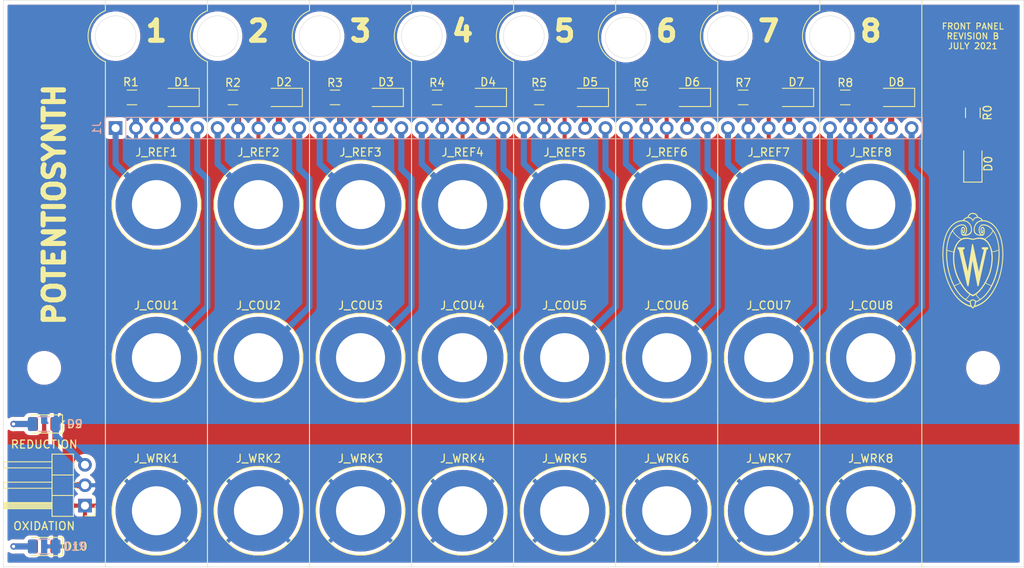
<source format=kicad_pcb>
(kicad_pcb (version 20171130) (host pcbnew 5.1.8+dfsg1-1+b1)
  (title_block (title "potentiosynth front panel") (date 2021-07-07) (rev B) (company "University of Wisconsin-Madison") (comment 1 "Wickens Group") (comment 2 "Department of Chemistry") (comment 3 "Blaise Thompson") (comment 4 blaise.thompson@wisc.edu))
  (layers (0 F.Cu signal) (31 B.Cu signal) (34 B.Paste user) (35 F.Paste user) (36 B.SilkS user) (37 F.SilkS user) (38 B.Mask user) (39 F.Mask user) (44 Edge.Cuts user))
  (net 0 "")
  (net 1 "Net-(D1-Pad2)")
  (net 2 "Net-(D1-Pad1)")
  (net 3 "Net-(D2-Pad2)")
  (net 4 "Net-(D2-Pad1)")
  (net 5 "Net-(D3-Pad2)")
  (net 6 "Net-(D3-Pad1)")
  (net 7 "Net-(D4-Pad2)")
  (net 8 "Net-(D4-Pad1)")
  (net 9 "Net-(D5-Pad2)")
  (net 10 "Net-(D5-Pad1)")
  (net 11 "Net-(D6-Pad2)")
  (net 12 "Net-(D6-Pad1)")
  (net 13 "Net-(D7-Pad2)")
  (net 14 "Net-(D7-Pad1)")
  (net 15 "Net-(D8-Pad2)")
  (net 16 "Net-(D8-Pad1)")
  (net 17 "Net-(J1-Pad40)")
  (net 18 GND)
  (net 19 +15V)
  (net 20 "Net-(J1-Pad36)")
  (net 21 "Net-(J1-Pad35)")
  (net 22 "Net-(J1-Pad31)")
  (net 23 "Net-(J1-Pad26)")
  (net 24 "Net-(J1-Pad25)")
  (net 25 "Net-(J1-Pad21)")
  (net 26 "Net-(J1-Pad20)")
  (net 27 "Net-(J1-Pad16)")
  (net 28 "Net-(J1-Pad15)")
  (net 29 "Net-(J1-Pad11)")
  (net 30 "Net-(J1-Pad10)")
  (net 31 "Net-(J1-Pad6)")
  (net 32 "Net-(J1-Pad5)")
  (net 33 "Net-(J1-Pad1)")
  (net 34 "Net-(D0-Pad2)")
  (net 35 "Net-(J1-Pad30)")
  (net 36 "Net-(D9-Pad2)")
  (net 37 "Net-(D10-Pad2)")
  (net 38 WORKING)
  (module Connector_PinHeader_2.54mm:PinHeader_1x03_P2.54mm_Horizontal (layer F.Cu) (at 60.96 123.19 180)
    (fp_text reference SW1 hide)
    (fp_text value SW_SPDT)
    (pad 3 thru_hole oval (at 0 5.08 180) (size 1.7 1.7) (drill 1) (layers *.Cu *.Mask) (net 19 +15V))
    (pad 2 thru_hole oval (at 0 2.54 180) (size 1.7 1.7) (drill 1) (layers *.Cu *.Mask) (net 38 WORKING))
    (pad 1 thru_hole rect (at 0 0 180) (size 1.7 1.7) (drill 1) (layers *.Cu *.Mask) (net 18 GND))
  )
  (module Resistor_SMD:R_1206_3216Metric (layer B.Cu) (at 55.88 128.27 180)
    (fp_text reference R10 (at -3.81 0) (layer B.SilkS) (effects (justify mirror)))
    (fp_text value 1k)
    (pad 2 smd roundrect (at 1.4625 0 180) (size 1.125 1.75) (layers B.Cu B.Paste B.Mask) (roundrect_rratio 0.2222195555555556) (net 37 "Net-(D10-Pad2)"))
    (pad 1 smd roundrect (at -1.4625 0 180) (size 1.125 1.75) (layers B.Cu B.Paste B.Mask) (roundrect_rratio 0.2222195555555556) (net 38 WORKING))
  )
  (module Resistor_SMD:R_1206_3216Metric (layer B.Cu) (at 55.88 113.03 180)
    (fp_text reference R9 (at -3.81 0) (layer B.SilkS) (effects (justify mirror)))
    (fp_text value 1k)
    (pad 2 smd roundrect (at 1.4625 0 180) (size 1.125 1.75) (layers B.Cu B.Paste B.Mask) (roundrect_rratio 0.2222195555555556) (net 36 "Net-(D9-Pad2)"))
    (pad 1 smd roundrect (at -1.4625 0 180) (size 1.125 1.75) (layers B.Cu B.Paste B.Mask) (roundrect_rratio 0.2222195555555556) (net 19 +15V))
  )
  (module Connector:Banana_Jack_1Pin (layer F.Cu) (at 158.75 123.825)
    (fp_text reference J_WRK8 (at 0 -6.5) (layer F.SilkS))
    (fp_text value Conn_01x01)
    (pad 1 thru_hole circle (at 0 0) (size 10.16 10.16) (drill 6.1) (layers *.Cu *.Mask) (net 38 WORKING))
  )
  (module Connector:Banana_Jack_1Pin (layer F.Cu) (at 146.05 123.825)
    (fp_text reference J_WRK7 (at 0 -6.5) (layer F.SilkS))
    (fp_text value Conn_01x01)
    (pad 1 thru_hole circle (at 0 0) (size 10.16 10.16) (drill 6.1) (layers *.Cu *.Mask) (net 38 WORKING))
  )
  (module Connector:Banana_Jack_1Pin (layer F.Cu) (at 133.35 123.825)
    (fp_text reference J_WRK6 (at 0 -6.5) (layer F.SilkS))
    (fp_text value Conn_01x01)
    (pad 1 thru_hole circle (at 0 0) (size 10.16 10.16) (drill 6.1) (layers *.Cu *.Mask) (net 38 WORKING))
  )
  (module Connector:Banana_Jack_1Pin (layer F.Cu) (at 120.65 123.825)
    (fp_text reference J_WRK5 (at 0 -6.5) (layer F.SilkS))
    (fp_text value Conn_01x01)
    (pad 1 thru_hole circle (at 0 0) (size 10.16 10.16) (drill 6.1) (layers *.Cu *.Mask) (net 38 WORKING))
  )
  (module Connector:Banana_Jack_1Pin (layer F.Cu) (at 107.95 123.825)
    (fp_text reference J_WRK4 (at 0 -6.5) (layer F.SilkS))
    (fp_text value Conn_01x01)
    (pad 1 thru_hole circle (at 0 0) (size 10.16 10.16) (drill 6.1) (layers *.Cu *.Mask) (net 38 WORKING))
  )
  (module Connector:Banana_Jack_1Pin (layer F.Cu) (at 95.25 123.825)
    (fp_text reference J_WRK3 (at 0 -6.5) (layer F.SilkS))
    (fp_text value Conn_01x01)
    (pad 1 thru_hole circle (at 0 0) (size 10.16 10.16) (drill 6.1) (layers *.Cu *.Mask) (net 38 WORKING))
  )
  (module Connector:Banana_Jack_1Pin (layer F.Cu) (at 82.55 123.825)
    (fp_text reference J_WRK2 (at 0 -6.5) (layer F.SilkS))
    (fp_text value Conn_01x01)
    (pad 1 thru_hole circle (at 0 0) (size 10.16 10.16) (drill 6.1) (layers *.Cu *.Mask) (net 38 WORKING))
  )
  (module Connector:Banana_Jack_1Pin (layer F.Cu) (at 69.85 123.825)
    (fp_text reference J_WRK1 (at 0 -6.5) (layer F.SilkS))
    (fp_text value Conn_01x01)
    (pad 1 thru_hole circle (at 0 0) (size 10.16 10.16) (drill 6.1) (layers *.Cu *.Mask) (net 38 WORKING))
  )
  (module Diode_SMD:D_1206_3216Metric (layer F.Cu) (at 55.88 128.27 180)
    (fp_text reference D10 (at -3.94 0) (layer F.SilkS))
    (fp_text value LED)
    (pad 2 smd roundrect (at 1.4 0 180) (size 1.25 1.75) (layers F.Cu F.Paste F.Mask) (roundrect_rratio 0.2) (net 37 "Net-(D10-Pad2)"))
    (pad 1 smd roundrect (at -1.4 0 180) (size 1.25 1.75) (layers F.Cu F.Paste F.Mask) (roundrect_rratio 0.2) (net 18 GND))
  )
  (module Diode_SMD:D_1206_3216Metric (layer F.Cu) (at 55.88 113.03 180)
    (fp_text reference D9 (at -3.81 0) (layer F.SilkS))
    (fp_text value LED)
    (pad 2 smd roundrect (at 1.4 0 180) (size 1.25 1.75) (layers F.Cu F.Paste F.Mask) (roundrect_rratio 0.2) (net 36 "Net-(D9-Pad2)"))
    (pad 1 smd roundrect (at -1.4 0 180) (size 1.25 1.75) (layers F.Cu F.Paste F.Mask) (roundrect_rratio 0.2) (net 38 WORKING))
  )
  (module MountingHole:MountingHole_3.2mm_M3 (layer F.Cu) (at 172.72 106.045)
    (fp_text reference REF** hide)
    (fp_text value MountingHole_3.2mm_M3 hide)
    (pad 1 np_thru_hole circle (at 0 0) (size 3.2 3.2) (drill 3.2) (layers *.Cu *.Mask))
  )
  (module MountingHole:MountingHole_3.2mm_M3 (layer F.Cu) (at 55.88 106.045)
    (fp_text reference REF** hide)
    (fp_text value MountingHole_3.2mm_M3 hide)
    (pad 1 np_thru_hole circle (at 0 0) (size 3.2 3.2) (drill 3.2) (layers *.Cu *.Mask))
  )
  (module Connector:Banana_Jack_1Pin (layer F.Cu) (at 133.35 104.775)
    (fp_text reference J_COU6 (at 0 -6.5) (layer F.SilkS))
    (fp_text value Conn_01x01)
    (pad 1 thru_hole circle (at 0 0) (size 10.16 10.16) (drill 6.1) (layers *.Cu *.Mask) (net 35 "Net-(J1-Pad30)"))
  )
  (module footprints:logo (layer F.Cu) (at 171.45 92.71)
    (fp_text reference G*** hide)
    (fp_text value LOGO hide)
  )
  (module Resistor_SMD:R_1206_3216Metric (layer F.Cu) (at 171.45 74.295 270)
    (fp_text reference R0 (at 0 -1.82 90) (layer F.SilkS))
    (fp_text value 1k)
    (pad 2 smd roundrect (at 1.4 0 270) (size 1.25 1.75) (layers F.Cu F.Paste F.Mask) (roundrect_rratio 0.2) (net 34 "Net-(D0-Pad2)"))
    (pad 1 smd roundrect (at -1.4 0 270) (size 1.25 1.75) (layers F.Cu F.Paste F.Mask) (roundrect_rratio 0.2) (net 19 +15V))
  )
  (module Diode_SMD:D_1206_3216Metric (layer F.Cu) (at 171.45 80.645 90)
    (fp_text reference D0 (at 0 1.905 90) (layer F.SilkS))
    (fp_text value LED)
    (pad 2 smd roundrect (at 1.4 0 90) (size 1.25 1.75) (layers F.Cu F.Paste F.Mask) (roundrect_rratio 0.2) (net 34 "Net-(D0-Pad2)"))
    (pad 1 smd roundrect (at -1.4 0 90) (size 1.25 1.75) (layers F.Cu F.Paste F.Mask) (roundrect_rratio 0.2) (net 18 GND))
  )
  (module Connector:Banana_Jack_1Pin (layer F.Cu) (at 158.75 85.725)
    (fp_text reference J_REF8 (at 0 -6.5) (layer F.SilkS))
    (fp_text value Conn_01x01)
    (pad 1 thru_hole circle (at 0 0) (size 10.16 10.16) (drill 6.1) (layers *.Cu *.Mask) (net 20 "Net-(J1-Pad36)"))
  )
  (module Connector:Banana_Jack_1Pin (layer F.Cu) (at 133.35 85.725)
    (fp_text reference J_REF6 (at 0 -6.5) (layer F.SilkS))
    (fp_text value Conn_01x01)
    (pad 1 thru_hole circle (at 0 0) (size 10.16 10.16) (drill 6.1) (layers *.Cu *.Mask) (net 23 "Net-(J1-Pad26)"))
  )
  (module Connector:Banana_Jack_1Pin (layer F.Cu) (at 107.95 85.725)
    (fp_text reference J_REF4 (at 0 -6.5) (layer F.SilkS))
    (fp_text value Conn_01x01)
    (pad 1 thru_hole circle (at 0 0) (size 10.16 10.16) (drill 6.1) (layers *.Cu *.Mask) (net 27 "Net-(J1-Pad16)"))
  )
  (module Connector:Banana_Jack_1Pin (layer F.Cu) (at 82.55 85.725)
    (fp_text reference J_REF2 (at 0 -6.5) (layer F.SilkS))
    (fp_text value Conn_01x01)
    (pad 1 thru_hole circle (at 0 0) (size 10.16 10.16) (drill 6.1) (layers *.Cu *.Mask) (net 31 "Net-(J1-Pad6)"))
  )
  (module Connector:Banana_Jack_1Pin (layer F.Cu) (at 146.05 85.725)
    (fp_text reference J_REF7 (at 0 -6.5) (layer F.SilkS))
    (fp_text value Conn_01x01)
    (pad 1 thru_hole circle (at 0 0) (size 10.16 10.16) (drill 6.1) (layers *.Cu *.Mask) (net 22 "Net-(J1-Pad31)"))
  )
  (module Connector:Banana_Jack_1Pin (layer F.Cu) (at 120.65 85.725)
    (fp_text reference J_REF5 (at 0 -6.5) (layer F.SilkS))
    (fp_text value Conn_01x01)
    (pad 1 thru_hole circle (at 0 0) (size 10.16 10.16) (drill 6.1) (layers *.Cu *.Mask) (net 25 "Net-(J1-Pad21)"))
  )
  (module Connector:Banana_Jack_1Pin (layer F.Cu) (at 95.25 85.725)
    (fp_text reference J_REF3 (at 0 -6.5) (layer F.SilkS))
    (fp_text value Conn_01x01)
    (pad 1 thru_hole circle (at 0 0) (size 10.16 10.16) (drill 6.1) (layers *.Cu *.Mask) (net 29 "Net-(J1-Pad11)"))
  )
  (module Connector:Banana_Jack_1Pin (layer F.Cu) (at 69.85 85.725)
    (fp_text reference J_REF1 (at 0 -6.5) (layer F.SilkS))
    (fp_text value Conn_01x01)
    (pad 1 thru_hole circle (at 0 0) (size 10.16 10.16) (drill 6.1) (layers *.Cu *.Mask) (net 33 "Net-(J1-Pad1)"))
  )
  (module Connector:Banana_Jack_1Pin (layer F.Cu) (at 158.75 104.775)
    (fp_text reference J_COU8 (at 0 -6.5) (layer F.SilkS))
    (fp_text value Conn_01x01)
    (pad 1 thru_hole circle (at 0 0) (size 10.16 10.16) (drill 6.1) (layers *.Cu *.Mask) (net 17 "Net-(J1-Pad40)"))
  )
  (module Connector:Banana_Jack_1Pin (layer F.Cu) (at 107.95 104.775)
    (fp_text reference J_COU4 (at 0 -6.5) (layer F.SilkS))
    (fp_text value Conn_01x01)
    (pad 1 thru_hole circle (at 0 0) (size 10.16 10.16) (drill 6.1) (layers *.Cu *.Mask) (net 26 "Net-(J1-Pad20)"))
  )
  (module Connector:Banana_Jack_1Pin (layer F.Cu) (at 82.55 104.775)
    (fp_text reference J_COU2 (at 0 -6.5) (layer F.SilkS))
    (fp_text value Conn_01x01)
    (pad 1 thru_hole circle (at 0 0) (size 10.16 10.16) (drill 6.1) (layers *.Cu *.Mask) (net 30 "Net-(J1-Pad10)"))
  )
  (module Connector:Banana_Jack_1Pin (layer F.Cu) (at 146.05 104.775)
    (fp_text reference J_COU7 (at 0 -6.5) (layer F.SilkS))
    (fp_text value Conn_01x01)
    (pad 1 thru_hole circle (at 0 0) (size 10.16 10.16) (drill 6.1) (layers *.Cu *.Mask) (net 21 "Net-(J1-Pad35)"))
  )
  (module Connector:Banana_Jack_1Pin (layer F.Cu) (at 120.65 104.775)
    (fp_text reference J_COU5 (at 0 -6.5) (layer F.SilkS))
    (fp_text value Conn_01x01)
    (pad 1 thru_hole circle (at 0 0) (size 10.16 10.16) (drill 6.1) (layers *.Cu *.Mask) (net 24 "Net-(J1-Pad25)"))
  )
  (module Connector:Banana_Jack_1Pin (layer F.Cu) (at 95.25 104.775)
    (fp_text reference J_COU3 (at 0 -6.5) (layer F.SilkS))
    (fp_text value Conn_01x01)
    (pad 1 thru_hole circle (at 0 0) (size 10.16 10.16) (drill 6.1) (layers *.Cu *.Mask) (net 28 "Net-(J1-Pad15)"))
  )
  (module Connector:Banana_Jack_1Pin (layer F.Cu) (at 69.85 104.775)
    (fp_text reference J_COU1 (at 0 -6.5) (layer F.SilkS))
    (fp_text value Conn_01x01)
    (pad 1 thru_hole circle (at 0 0) (size 10.16 10.16) (drill 6.100001) (layers *.Cu *.Mask) (net 32 "Net-(J1-Pad5)"))
  )
  (module Resistor_SMD:R_1206_3216Metric (layer F.Cu) (at 155.575 72.39)
    (fp_text reference R8 (at 0 -1.82) (layer F.SilkS))
    (fp_text value 1k)
    (pad 2 smd roundrect (at 1.4 0) (size 1.25 1.75) (layers F.Cu F.Paste F.Mask) (roundrect_rratio 0.2) (net 15 "Net-(D8-Pad2)"))
    (pad 1 smd roundrect (at -1.4 0) (size 1.25 1.75) (layers F.Cu F.Paste F.Mask) (roundrect_rratio 0.2) (net 19 +15V))
  )
  (module Resistor_SMD:R_1206_3216Metric (layer F.Cu) (at 130.175 72.39)
    (fp_text reference R6 (at 0 -1.82) (layer F.SilkS))
    (fp_text value 1k)
    (pad 2 smd roundrect (at 1.4 0) (size 1.25 1.75) (layers F.Cu F.Paste F.Mask) (roundrect_rratio 0.2) (net 11 "Net-(D6-Pad2)"))
    (pad 1 smd roundrect (at -1.4 0) (size 1.25 1.75) (layers F.Cu F.Paste F.Mask) (roundrect_rratio 0.2) (net 19 +15V))
  )
  (module Resistor_SMD:R_1206_3216Metric (layer F.Cu) (at 104.775 72.39)
    (fp_text reference R4 (at 0 -1.82) (layer F.SilkS))
    (fp_text value 1k)
    (pad 2 smd roundrect (at 1.4 0) (size 1.25 1.75) (layers F.Cu F.Paste F.Mask) (roundrect_rratio 0.2) (net 7 "Net-(D4-Pad2)"))
    (pad 1 smd roundrect (at -1.4 0) (size 1.25 1.75) (layers F.Cu F.Paste F.Mask) (roundrect_rratio 0.2) (net 19 +15V))
  )
  (module Resistor_SMD:R_1206_3216Metric (layer F.Cu) (at 79.375 72.39)
    (fp_text reference R2 (at 0 -1.82) (layer F.SilkS))
    (fp_text value 1k)
    (pad 2 smd roundrect (at 1.4 0) (size 1.25 1.75) (layers F.Cu F.Paste F.Mask) (roundrect_rratio 0.2) (net 3 "Net-(D2-Pad2)"))
    (pad 1 smd roundrect (at -1.4 0) (size 1.25 1.75) (layers F.Cu F.Paste F.Mask) (roundrect_rratio 0.2) (net 19 +15V))
  )
  (module Resistor_SMD:R_1206_3216Metric (layer F.Cu) (at 142.875 72.39)
    (fp_text reference R7 (at 0 -1.82) (layer F.SilkS))
    (fp_text value 1k)
    (pad 2 smd roundrect (at 1.4 0) (size 1.25 1.75) (layers F.Cu F.Paste F.Mask) (roundrect_rratio 0.2) (net 13 "Net-(D7-Pad2)"))
    (pad 1 smd roundrect (at -1.4 0) (size 1.25 1.75) (layers F.Cu F.Paste F.Mask) (roundrect_rratio 0.2) (net 19 +15V))
  )
  (module Resistor_SMD:R_1206_3216Metric (layer F.Cu) (at 117.475 72.39)
    (fp_text reference R5 (at 0 -1.82) (layer F.SilkS))
    (fp_text value 1k)
    (pad 2 smd roundrect (at 1.4 0) (size 1.25 1.75) (layers F.Cu F.Paste F.Mask) (roundrect_rratio 0.2) (net 9 "Net-(D5-Pad2)"))
    (pad 1 smd roundrect (at -1.4 0) (size 1.25 1.75) (layers F.Cu F.Paste F.Mask) (roundrect_rratio 0.2) (net 19 +15V))
  )
  (module Resistor_SMD:R_1206_3216Metric (layer F.Cu) (at 92.075 72.39)
    (fp_text reference R3 (at 0 -1.82) (layer F.SilkS))
    (fp_text value 1k)
    (pad 2 smd roundrect (at 1.4 0) (size 1.25 1.75) (layers F.Cu F.Paste F.Mask) (roundrect_rratio 0.2) (net 5 "Net-(D3-Pad2)"))
    (pad 1 smd roundrect (at -1.4 0) (size 1.25 1.75) (layers F.Cu F.Paste F.Mask) (roundrect_rratio 0.2) (net 19 +15V))
  )
  (module Resistor_SMD:R_1206_3216Metric (layer F.Cu) (at 66.805 72.39)
    (fp_text reference R1 (at -0.13 -1.905) (layer F.SilkS))
    (fp_text value 1k)
    (pad 2 smd roundrect (at 1.4 0) (size 1.25 1.75) (layers F.Cu F.Paste F.Mask) (roundrect_rratio 0.2) (net 1 "Net-(D1-Pad2)"))
    (pad 1 smd roundrect (at -1.4 0) (size 1.25 1.75) (layers F.Cu F.Paste F.Mask) (roundrect_rratio 0.2) (net 19 +15V))
  )
  (module Connector_PinHeader_2.54mm:PinHeader_1x40_P2.54mm_Vertical (layer B.Cu) (at 64.77 76.2 270)
    (fp_text reference J1 (at 0 2.33 270) (layer B.SilkS) (effects (justify mirror)))
    (fp_text value Conn_01x40)
    (pad 40 thru_hole oval (at 0 -99.06 270) (size 1.7 1.7) (drill 1) (layers *.Cu *.Mask) (net 17 "Net-(J1-Pad40)"))
    (pad 39 thru_hole oval (at 0 -96.52 270) (size 1.7 1.7) (drill 1) (layers *.Cu *.Mask) (net 16 "Net-(D8-Pad1)"))
    (pad 38 thru_hole oval (at 0 -93.98 270) (size 1.7 1.7) (drill 1) (layers *.Cu *.Mask) (net 18 GND))
    (pad 37 thru_hole oval (at 0 -91.44 270) (size 1.7 1.7) (drill 1) (layers *.Cu *.Mask) (net 19 +15V))
    (pad 36 thru_hole oval (at 0 -88.9 270) (size 1.7 1.7) (drill 1) (layers *.Cu *.Mask) (net 20 "Net-(J1-Pad36)"))
    (pad 35 thru_hole oval (at 0 -86.36 270) (size 1.7 1.7) (drill 1) (layers *.Cu *.Mask) (net 21 "Net-(J1-Pad35)"))
    (pad 34 thru_hole oval (at 0 -83.82 270) (size 1.7 1.7) (drill 1) (layers *.Cu *.Mask) (net 14 "Net-(D7-Pad1)"))
    (pad 33 thru_hole oval (at 0 -81.28 270) (size 1.7 1.7) (drill 1) (layers *.Cu *.Mask) (net 18 GND))
    (pad 32 thru_hole oval (at 0 -78.74 270) (size 1.7 1.7) (drill 1) (layers *.Cu *.Mask) (net 19 +15V))
    (pad 31 thru_hole oval (at 0 -76.2 270) (size 1.7 1.7) (drill 1) (layers *.Cu *.Mask) (net 22 "Net-(J1-Pad31)"))
    (pad 30 thru_hole oval (at 0 -73.66 270) (size 1.7 1.7) (drill 1) (layers *.Cu *.Mask) (net 35 "Net-(J1-Pad30)"))
    (pad 29 thru_hole oval (at 0 -71.12 270) (size 1.7 1.7) (drill 1) (layers *.Cu *.Mask) (net 12 "Net-(D6-Pad1)"))
    (pad 28 thru_hole oval (at 0 -68.58 270) (size 1.7 1.7) (drill 1) (layers *.Cu *.Mask) (net 18 GND))
    (pad 27 thru_hole oval (at 0 -66.04 270) (size 1.7 1.7) (drill 1) (layers *.Cu *.Mask) (net 19 +15V))
    (pad 26 thru_hole oval (at 0 -63.5 270) (size 1.7 1.7) (drill 1) (layers *.Cu *.Mask) (net 23 "Net-(J1-Pad26)"))
    (pad 25 thru_hole oval (at 0 -60.96 270) (size 1.7 1.7) (drill 1) (layers *.Cu *.Mask) (net 24 "Net-(J1-Pad25)"))
    (pad 24 thru_hole oval (at 0 -58.42 270) (size 1.7 1.7) (drill 1) (layers *.Cu *.Mask) (net 10 "Net-(D5-Pad1)"))
    (pad 23 thru_hole oval (at 0 -55.88 270) (size 1.7 1.7) (drill 1) (layers *.Cu *.Mask) (net 18 GND))
    (pad 22 thru_hole oval (at 0 -53.34 270) (size 1.7 1.7) (drill 1) (layers *.Cu *.Mask) (net 19 +15V))
    (pad 21 thru_hole oval (at 0 -50.8 270) (size 1.7 1.7) (drill 1) (layers *.Cu *.Mask) (net 25 "Net-(J1-Pad21)"))
    (pad 20 thru_hole oval (at 0 -48.26 270) (size 1.7 1.7) (drill 1) (layers *.Cu *.Mask) (net 26 "Net-(J1-Pad20)"))
    (pad 19 thru_hole oval (at 0 -45.72 270) (size 1.7 1.7) (drill 1) (layers *.Cu *.Mask) (net 8 "Net-(D4-Pad1)"))
    (pad 18 thru_hole oval (at 0 -43.18 270) (size 1.7 1.7) (drill 1) (layers *.Cu *.Mask) (net 18 GND))
    (pad 17 thru_hole oval (at 0 -40.64 270) (size 1.7 1.7) (drill 1) (layers *.Cu *.Mask) (net 19 +15V))
    (pad 16 thru_hole oval (at 0 -38.1 270) (size 1.7 1.7) (drill 1) (layers *.Cu *.Mask) (net 27 "Net-(J1-Pad16)"))
    (pad 15 thru_hole oval (at 0 -35.56 270) (size 1.7 1.7) (drill 1) (layers *.Cu *.Mask) (net 28 "Net-(J1-Pad15)"))
    (pad 14 thru_hole oval (at 0 -33.02 270) (size 1.7 1.7) (drill 1) (layers *.Cu *.Mask) (net 6 "Net-(D3-Pad1)"))
    (pad 13 thru_hole oval (at 0 -30.48 270) (size 1.7 1.7) (drill 1) (layers *.Cu *.Mask) (net 18 GND))
    (pad 12 thru_hole oval (at 0 -27.94 270) (size 1.7 1.7) (drill 1) (layers *.Cu *.Mask) (net 19 +15V))
    (pad 11 thru_hole oval (at 0 -25.4 270) (size 1.7 1.7) (drill 1) (layers *.Cu *.Mask) (net 29 "Net-(J1-Pad11)"))
    (pad 10 thru_hole oval (at 0 -22.86 270) (size 1.7 1.7) (drill 1) (layers *.Cu *.Mask) (net 30 "Net-(J1-Pad10)"))
    (pad 9 thru_hole oval (at 0 -20.32 270) (size 1.7 1.7) (drill 1) (layers *.Cu *.Mask) (net 4 "Net-(D2-Pad1)"))
    (pad 8 thru_hole oval (at 0 -17.78 270) (size 1.7 1.7) (drill 1) (layers *.Cu *.Mask) (net 18 GND))
    (pad 7 thru_hole oval (at 0 -15.24 270) (size 1.7 1.7) (drill 1) (layers *.Cu *.Mask) (net 19 +15V))
    (pad 6 thru_hole oval (at 0 -12.7 270) (size 1.7 1.7) (drill 1) (layers *.Cu *.Mask) (net 31 "Net-(J1-Pad6)"))
    (pad 5 thru_hole oval (at 0 -10.16 270) (size 1.7 1.7) (drill 1) (layers *.Cu *.Mask) (net 32 "Net-(J1-Pad5)"))
    (pad 4 thru_hole oval (at 0 -7.62 270) (size 1.7 1.7) (drill 1) (layers *.Cu *.Mask) (net 2 "Net-(D1-Pad1)"))
    (pad 3 thru_hole oval (at 0 -5.08 270) (size 1.7 1.7) (drill 1) (layers *.Cu *.Mask) (net 18 GND))
    (pad 2 thru_hole oval (at 0 -2.54 270) (size 1.7 1.7) (drill 1) (layers *.Cu *.Mask) (net 19 +15V))
    (pad 1 thru_hole rect (at 0 0 270) (size 1.7 1.7) (drill 1) (layers *.Cu *.Mask) (net 33 "Net-(J1-Pad1)"))
  )
  (module Diode_SMD:D_1206_3216Metric (layer F.Cu) (at 161.925 72.39 180)
    (fp_text reference D8 (at 0 1.905) (layer F.SilkS))
    (fp_text value LED)
    (pad 2 smd roundrect (at 1.4 0 180) (size 1.25 1.75) (layers F.Cu F.Paste F.Mask) (roundrect_rratio 0.2) (net 15 "Net-(D8-Pad2)"))
    (pad 1 smd roundrect (at -1.4 0 180) (size 1.25 1.75) (layers F.Cu F.Paste F.Mask) (roundrect_rratio 0.2) (net 16 "Net-(D8-Pad1)"))
  )
  (module Diode_SMD:D_1206_3216Metric (layer F.Cu) (at 136.525 72.39 180)
    (fp_text reference D6 (at 0 1.905) (layer F.SilkS))
    (fp_text value LED)
    (pad 2 smd roundrect (at 1.4 0 180) (size 1.25 1.75) (layers F.Cu F.Paste F.Mask) (roundrect_rratio 0.2) (net 11 "Net-(D6-Pad2)"))
    (pad 1 smd roundrect (at -1.4 0 180) (size 1.25 1.75) (layers F.Cu F.Paste F.Mask) (roundrect_rratio 0.2) (net 12 "Net-(D6-Pad1)"))
  )
  (module Diode_SMD:D_1206_3216Metric (layer F.Cu) (at 111.125 72.39 180)
    (fp_text reference D4 (at 0 1.905) (layer F.SilkS))
    (fp_text value LED)
    (pad 2 smd roundrect (at 1.4 0 180) (size 1.25 1.75) (layers F.Cu F.Paste F.Mask) (roundrect_rratio 0.2) (net 7 "Net-(D4-Pad2)"))
    (pad 1 smd roundrect (at -1.4 0 180) (size 1.25 1.75) (layers F.Cu F.Paste F.Mask) (roundrect_rratio 0.2) (net 8 "Net-(D4-Pad1)"))
  )
  (module Diode_SMD:D_1206_3216Metric (layer F.Cu) (at 85.725 72.39 180)
    (fp_text reference D2 (at 0 1.905) (layer F.SilkS))
    (fp_text value LED)
    (pad 2 smd roundrect (at 1.4 0 180) (size 1.25 1.75) (layers F.Cu F.Paste F.Mask) (roundrect_rratio 0.2) (net 3 "Net-(D2-Pad2)"))
    (pad 1 smd roundrect (at -1.4 0 180) (size 1.25 1.75) (layers F.Cu F.Paste F.Mask) (roundrect_rratio 0.2) (net 4 "Net-(D2-Pad1)"))
  )
  (module Diode_SMD:D_1206_3216Metric (layer F.Cu) (at 149.355 72.39 180)
    (fp_text reference D7 (at -0.13 1.905) (layer F.SilkS))
    (fp_text value LED)
    (pad 2 smd roundrect (at 1.4 0 180) (size 1.25 1.75) (layers F.Cu F.Paste F.Mask) (roundrect_rratio 0.2) (net 13 "Net-(D7-Pad2)"))
    (pad 1 smd roundrect (at -1.4 0 180) (size 1.25 1.75) (layers F.Cu F.Paste F.Mask) (roundrect_rratio 0.2) (net 14 "Net-(D7-Pad1)"))
  )
  (module Diode_SMD:D_1206_3216Metric (layer F.Cu) (at 123.825 72.39 180)
    (fp_text reference D5 (at 0 1.905) (layer F.SilkS))
    (fp_text value LED)
    (pad 2 smd roundrect (at 1.4 0 180) (size 1.25 1.75) (layers F.Cu F.Paste F.Mask) (roundrect_rratio 0.2) (net 9 "Net-(D5-Pad2)"))
    (pad 1 smd roundrect (at -1.4 0 180) (size 1.25 1.75) (layers F.Cu F.Paste F.Mask) (roundrect_rratio 0.2) (net 10 "Net-(D5-Pad1)"))
  )
  (module Diode_SMD:D_1206_3216Metric (layer F.Cu) (at 98.295 72.39 180)
    (fp_text reference D3 (at -0.13 1.905) (layer F.SilkS))
    (fp_text value LED)
    (pad 2 smd roundrect (at 1.4 0 180) (size 1.25 1.75) (layers F.Cu F.Paste F.Mask) (roundrect_rratio 0.2) (net 5 "Net-(D3-Pad2)"))
    (pad 1 smd roundrect (at -1.4 0 180) (size 1.25 1.75) (layers F.Cu F.Paste F.Mask) (roundrect_rratio 0.2) (net 6 "Net-(D3-Pad1)"))
  )
  (module Diode_SMD:D_1206_3216Metric (layer F.Cu) (at 72.895 72.39 180)
    (fp_text reference D1 (at -0.13 1.905) (layer F.SilkS))
    (fp_text value LED)
    (pad 2 smd roundrect (at 1.4 0 180) (size 1.25 1.75) (layers F.Cu F.Paste F.Mask) (roundrect_rratio 0.2) (net 1 "Net-(D1-Pad2)"))
    (pad 1 smd roundrect (at -1.4 0 180) (size 1.25 1.75) (layers F.Cu F.Paste F.Mask) (roundrect_rratio 0.2) (net 2 "Net-(D1-Pad1)"))
  )
  (gr_text OXIDATION (at 55.88 125.73) (layer F.SilkS) (effects (font (size 1 1))))
  (gr_text REDUCTION (at 55.88 115.57) (layer F.SilkS) (effects (font (size 1 1))))
  (gr_line (start 63.5 111.125) (end 63.5 130.81) (layer F.SilkS) (width 0.12))
  (gr_line (start 76.2 111.125) (end 76.2 130.81) (layer F.SilkS) (width 0.12))
  (gr_line (start 88.9 111.125) (end 88.9 130.81) (layer F.SilkS) (width 0.12))
  (gr_line (start 114.3 111.125) (end 114.3 130.81) (layer F.SilkS) (width 0.12))
  (gr_line (start 101.6 111.125) (end 101.6 130.81) (layer F.SilkS) (width 0.12))
  (gr_line (start 127 130.81) (end 127 109.855) (layer F.SilkS) (width 0.12))
  (gr_line (start 139.7 111.125) (end 139.7 130.81) (layer F.SilkS) (width 0.12))
  (gr_line (start 152.4 111.125) (end 152.4 130.81) (layer F.SilkS) (width 0.12))
  (gr_line (start 165.1 111.125) (end 165.1 130.81) (layer F.SilkS) (width 0.12))
  (gr_line (start 177.8 60.325) (end 177.8 130.81) (layer Edge.Cuts) (width 0.05))
  (gr_line (start 50.8 60.325) (end 50.8 130.81) (layer Edge.Cuts) (width 0.05))
  (gr_line (start 50.8 130.81) (end 177.8 130.81) (layer Edge.Cuts) (width 0.05))
  (gr_line (start 63.500001 61.595001) (end 63.500001 60.325001) (layer F.SilkS) (width 0.12))
  (gr_line (start 63.500001 69.595999) (end 63.500001 67.945001) (layer F.SilkS) (width 0.12))
  (gr_line (start 76.200001 61.595001) (end 76.200001 60.325001) (layer F.SilkS) (width 0.12))
  (gr_line (start 76.200001 69.595999) (end 76.200001 67.945001) (layer F.SilkS) (width 0.12))
  (gr_line (start 88.900001 61.595001) (end 88.900001 60.325001) (layer F.SilkS) (width 0.12))
  (gr_line (start 88.900001 69.595999) (end 88.9 67.944999) (layer F.SilkS) (width 0.12))
  (gr_line (start 101.600001 61.595001) (end 101.6 60.325) (layer F.SilkS) (width 0.12))
  (gr_line (start 101.6 67.945) (end 101.600001 69.595999) (layer F.SilkS) (width 0.12))
  (gr_line (start 114.3 61.595) (end 114.3 60.325) (layer F.SilkS) (width 0.12))
  (gr_line (start 114.300001 69.595999) (end 114.3 67.944999) (layer F.SilkS) (width 0.12))
  (gr_line (start 127 61.595) (end 127 60.325) (layer F.SilkS) (width 0.12))
  (gr_line (start 127 67.944999) (end 127.000001 69.595999) (layer F.SilkS) (width 0.12))
  (gr_line (start 139.7 67.944999) (end 139.700001 69.595999) (layer F.SilkS) (width 0.12))
  (gr_line (start 139.700001 61.595001) (end 139.7 60.325) (layer F.SilkS) (width 0.12))
  (gr_line (start 152.400001 61.595001) (end 152.4 60.325) (layer F.SilkS) (width 0.12))
  (gr_line (start 152.400001 69.595999) (end 152.4 67.945) (layer F.SilkS) (width 0.12))
  (gr_arc (start 153.67 64.77) (end 152.400001 61.595001) (angle -136.397181) (layer F.SilkS) (width 0.12))
  (gr_arc (start 140.97 64.77) (end 139.700001 61.595001) (angle -136.397181) (layer F.SilkS) (width 0.12))
  (gr_arc (start 128.27 64.77) (end 127.000001 61.595001) (angle -136.397181) (layer F.SilkS) (width 0.12))
  (gr_arc (start 115.57 64.77) (end 114.300001 61.595001) (angle -136.397181) (layer F.SilkS) (width 0.12))
  (gr_arc (start 102.87 64.77) (end 101.600001 61.595001) (angle -136.397181) (layer F.SilkS) (width 0.12))
  (gr_arc (start 90.17 64.77) (end 88.900001 61.595001) (angle -136.397181) (layer F.SilkS) (width 0.12))
  (gr_circle (center 90.17 64.77) (end 92.71 64.77) (layer Edge.Cuts) (width 0.05))
  (gr_arc (start 77.47 64.77) (end 76.200001 61.595001) (angle -136.397181) (layer F.SilkS) (width 0.12))
  (gr_arc (start 64.77 64.77) (end 63.500001 61.595001) (angle -136.397181) (layer F.SilkS) (width 0.12))
  (gr_text "FRONT PANEL\nREVISION B\nJULY 2021" (at 171.45 64.77) (layer F.SilkS) (effects (font (size 0.762 0.762) (thickness 0.127))))
  (gr_text POTENTIOSYNTH (at 57.15 85.725 90) (layer F.SilkS) (effects (font (size 2.54 2.54) (thickness 0.635))))
  (gr_line (start 165.1 60.325) (end 165.1 111.125) (layer F.SilkS) (width 0.12))
  (gr_line (start 152.400001 69.595999) (end 152.4 111.125) (layer F.SilkS) (width 0.12))
  (gr_line (start 139.700001 69.595999) (end 139.7 111.125) (layer F.SilkS) (width 0.12))
  (gr_line (start 127.000001 69.595999) (end 127 111.125) (layer F.SilkS) (width 0.12))
  (gr_line (start 114.300001 69.595999) (end 114.3 111.125) (layer F.SilkS) (width 0.12))
  (gr_line (start 101.600001 69.595999) (end 101.6 111.125) (layer F.SilkS) (width 0.12))
  (gr_line (start 88.900001 69.595999) (end 88.9 111.125) (layer F.SilkS) (width 0.12))
  (gr_line (start 76.200001 69.595999) (end 76.2 111.125) (layer F.SilkS) (width 0.12))
  (gr_line (start 63.500001 69.595999) (end 63.5 111.125) (layer F.SilkS) (width 0.12))
  (gr_text 8 (at 158.75 64.135) (layer F.SilkS) (effects (font (size 2.54 2.54) (thickness 0.635))))
  (gr_text 7 (at 146.05 64.135) (layer F.SilkS) (effects (font (size 2.54 2.54) (thickness 0.635))))
  (gr_text 6 (at 133.35 64.135) (layer F.SilkS) (effects (font (size 2.54 2.54) (thickness 0.635))))
  (gr_text 5 (at 120.65 64.135) (layer F.SilkS) (effects (font (size 2.54 2.54) (thickness 0.635))))
  (gr_text 4 (at 107.95 64.135) (layer F.SilkS) (effects (font (size 2.54 2.54) (thickness 0.635))))
  (gr_text 3 (at 95.25 64.135) (layer F.SilkS) (effects (font (size 2.54 2.54) (thickness 0.635))))
  (gr_text 2 (at 82.55 64.135) (layer F.SilkS) (effects (font (size 2.54 2.54) (thickness 0.635))))
  (gr_text 1 (at 69.85 64.135) (layer F.SilkS) (effects (font (size 2.54 2.54) (thickness 0.635))))
  (gr_circle (center 153.67 64.77) (end 156.21 64.77) (layer Edge.Cuts) (width 0.05))
  (gr_circle (center 140.97 64.77) (end 143.51 64.77) (layer Edge.Cuts) (width 0.05))
  (gr_circle (center 128.27 64.9605) (end 130.81 64.9605) (layer Edge.Cuts) (width 0.05))
  (gr_circle (center 115.57 64.77) (end 118.11 64.77) (layer Edge.Cuts) (width 0.05))
  (gr_circle (center 102.87 64.77) (end 105.41 64.77) (layer Edge.Cuts) (width 0.05))
  (gr_circle (center 77.47 64.77) (end 80.01 64.77) (layer Edge.Cuts) (width 0.05))
  (gr_circle (center 64.77 64.77) (end 67.31 64.77) (layer Edge.Cuts) (width 0.05))
  (gr_line (start 177.8 60.325) (end 50.8 60.325) (layer Edge.Cuts) (width 0.05))
  (segment (start 68.205 72.39) (end 71.495 72.39) (width 0.762) (layer F.Cu) (net 1))
  (segment (start 72.39 74.295) (end 74.295 72.39) (width 0.762) (layer F.Cu) (net 2))
  (segment (start 72.39 76.2) (end 72.39 74.295) (width 0.762) (layer F.Cu) (net 2))
  (segment (start 80.775 72.39) (end 84.325 72.39) (width 0.762) (layer F.Cu) (net 3))
  (segment (start 85.09 74.425) (end 87.125 72.39) (width 0.762) (layer F.Cu) (net 4))
  (segment (start 85.09 76.2) (end 85.09 74.425) (width 0.762) (layer F.Cu) (net 4))
  (segment (start 93.475 72.39) (end 96.895 72.39) (width 0.762) (layer F.Cu) (net 5))
  (segment (start 97.79 74.295) (end 99.695 72.39) (width 0.762) (layer F.Cu) (net 6))
  (segment (start 97.79 76.2) (end 97.79 74.295) (width 0.762) (layer F.Cu) (net 6))
  (segment (start 106.175 72.39) (end 109.725 72.39) (width 0.762) (layer F.Cu) (net 7))
  (segment (start 110.49 74.425) (end 112.525 72.39) (width 0.762) (layer F.Cu) (net 8))
  (segment (start 110.49 76.2) (end 110.49 74.425) (width 0.762) (layer F.Cu) (net 8))
  (segment (start 118.875 72.39) (end 122.425 72.39) (width 0.762) (layer F.Cu) (net 9))
  (segment (start 123.19 74.425) (end 125.225 72.39) (width 0.762) (layer F.Cu) (net 10))
  (segment (start 123.19 76.2) (end 123.19 74.425) (width 0.762) (layer F.Cu) (net 10))
  (segment (start 131.575 72.39) (end 135.125 72.39) (width 0.762) (layer F.Cu) (net 11))
  (segment (start 135.89 74.425) (end 137.925 72.39) (width 0.762) (layer F.Cu) (net 12))
  (segment (start 135.89 76.2) (end 135.89 74.425) (width 0.762) (layer F.Cu) (net 12))
  (segment (start 144.275 72.39) (end 147.955 72.39) (width 0.762) (layer F.Cu) (net 13))
  (segment (start 148.59 74.555) (end 150.755 72.39) (width 0.762) (layer F.Cu) (net 14))
  (segment (start 148.59 76.2) (end 148.59 74.555) (width 0.762) (layer F.Cu) (net 14))
  (segment (start 156.975 72.39) (end 160.525 72.39) (width 0.762) (layer F.Cu) (net 15))
  (segment (start 161.29 74.425) (end 163.325 72.39) (width 0.762) (layer F.Cu) (net 16))
  (segment (start 161.29 76.2) (end 161.29 74.425) (width 0.762) (layer F.Cu) (net 16))
  (segment (start 163.83 76.2) (end 163.83 81.28) (width 0.762) (layer B.Cu) (net 17))
  (segment (start 163.83 81.28) (end 165.1 82.55) (width 0.762) (layer B.Cu) (net 17))
  (segment (start 165.1 98.425) (end 158.75 104.775) (width 0.762) (layer B.Cu) (net 17))
  (segment (start 165.1 98.425) (end 165.1 82.55) (width 0.762) (layer B.Cu) (net 17))
  (segment (start 67.31 74.295) (end 65.405 72.39) (width 0.762) (layer F.Cu) (net 19))
  (segment (start 67.31 76.2) (end 67.31 74.295) (width 0.762) (layer F.Cu) (net 19))
  (segment (start 80.01 74.425) (end 77.975 72.39) (width 0.762) (layer F.Cu) (net 19))
  (segment (start 80.01 76.2) (end 80.01 74.425) (width 0.762) (layer F.Cu) (net 19))
  (segment (start 92.71 74.425) (end 90.675 72.39) (width 0.762) (layer F.Cu) (net 19))
  (segment (start 92.71 76.2) (end 92.71 74.425) (width 0.762) (layer F.Cu) (net 19))
  (segment (start 105.41 74.425) (end 103.375 72.39) (width 0.762) (layer F.Cu) (net 19))
  (segment (start 105.41 76.2) (end 105.41 74.425) (width 0.762) (layer F.Cu) (net 19))
  (segment (start 118.11 74.425) (end 116.075 72.39) (width 0.762) (layer F.Cu) (net 19))
  (segment (start 118.11 76.2) (end 118.11 74.425) (width 0.762) (layer F.Cu) (net 19))
  (segment (start 130.81 74.425) (end 128.775 72.39) (width 0.762) (layer F.Cu) (net 19))
  (segment (start 130.81 76.2) (end 130.81 74.425) (width 0.762) (layer F.Cu) (net 19))
  (segment (start 143.51 74.425) (end 141.475 72.39) (width 0.762) (layer F.Cu) (net 19))
  (segment (start 143.51 76.2) (end 143.51 74.425) (width 0.762) (layer F.Cu) (net 19))
  (segment (start 156.21 74.425) (end 154.175 72.39) (width 0.762) (layer F.Cu) (net 19))
  (segment (start 156.21 76.2) (end 156.21 74.425) (width 0.762) (layer F.Cu) (net 19))
  (segment (start 65.405 72.39) (end 65.405 70.485) (width 0.762) (layer F.Cu) (net 19))
  (segment (start 154.175 70.615) (end 154.305 70.485) (width 0.762) (layer F.Cu) (net 19))
  (segment (start 154.175 72.39) (end 154.175 70.615) (width 0.762) (layer F.Cu) (net 19))
  (segment (start 141.475 72.39) (end 141.475 70.615) (width 0.762) (layer F.Cu) (net 19))
  (segment (start 141.475 70.615) (end 141.605 70.485) (width 0.762) (layer F.Cu) (net 19))
  (segment (start 141.605 70.485) (end 154.305 70.485) (width 0.762) (layer F.Cu) (net 19))
  (segment (start 128.775 70.615) (end 128.905 70.485) (width 0.762) (layer F.Cu) (net 19))
  (segment (start 128.775 72.39) (end 128.775 70.615) (width 0.762) (layer F.Cu) (net 19))
  (segment (start 128.905 70.485) (end 141.605 70.485) (width 0.762) (layer F.Cu) (net 19))
  (segment (start 116.075 70.615) (end 116.205 70.485) (width 0.762) (layer F.Cu) (net 19))
  (segment (start 116.075 72.39) (end 116.075 70.615) (width 0.762) (layer F.Cu) (net 19))
  (segment (start 116.205 70.485) (end 128.905 70.485) (width 0.762) (layer F.Cu) (net 19))
  (segment (start 103.375 70.615) (end 103.505 70.485) (width 0.762) (layer F.Cu) (net 19))
  (segment (start 103.375 72.39) (end 103.375 70.615) (width 0.762) (layer F.Cu) (net 19))
  (segment (start 103.505 70.485) (end 116.205 70.485) (width 0.762) (layer F.Cu) (net 19))
  (segment (start 77.975 70.615) (end 78.105 70.485) (width 0.762) (layer F.Cu) (net 19))
  (segment (start 77.975 72.39) (end 77.975 70.615) (width 0.762) (layer F.Cu) (net 19))
  (segment (start 65.405 70.485) (end 78.105 70.485) (width 0.762) (layer F.Cu) (net 19))
  (segment (start 154.305 70.485) (end 170.18 70.485) (width 0.762) (layer F.Cu) (net 19))
  (segment (start 171.45 71.755) (end 171.45 72.895) (width 0.762) (layer F.Cu) (net 19))
  (segment (start 170.18 70.485) (end 171.45 71.755) (width 0.762) (layer F.Cu) (net 19))
  (segment (start 90.675 70.615) (end 90.675 72.39) (width 0.762) (layer F.Cu) (net 19))
  (segment (start 90.805 70.485) (end 90.675 70.615) (width 0.762) (layer F.Cu) (net 19))
  (segment (start 90.805 70.485) (end 103.505 70.485) (width 0.762) (layer F.Cu) (net 19))
  (segment (start 78.105 70.485) (end 90.805 70.485) (width 0.762) (layer F.Cu) (net 19))
  (segment (start 57.3425 114.4925) (end 60.96 118.11) (width 0.762) (layer B.Cu) (net 19))
  (segment (start 57.3425 113.03) (end 57.3425 114.4925) (width 0.762) (layer B.Cu) (net 19))
  (segment (start 57.3425 113.03) (end 61.595 108.7775) (width 0.762) (layer B.Cu) (net 19))
  (segment (start 61.595 76.303398) (end 63.603398 74.295) (width 0.762) (layer B.Cu) (net 19))
  (segment (start 61.595 108.7775) (end 61.595 76.303398) (width 0.762) (layer B.Cu) (net 19))
  (segment (start 67.31 74.997919) (end 67.31 76.2) (width 0.762) (layer B.Cu) (net 19))
  (segment (start 66.607081 74.295) (end 67.31 74.997919) (width 0.762) (layer B.Cu) (net 19))
  (segment (start 63.603398 74.295) (end 66.607081 74.295) (width 0.762) (layer B.Cu) (net 19))
  (segment (start 153.670001 80.645001) (end 158.75 85.725) (width 0.762) (layer B.Cu) (net 20))
  (segment (start 153.67 76.2) (end 153.670001 80.645001) (width 0.762) (layer B.Cu) (net 20))
  (segment (start 152.4 98.425) (end 146.05 104.775) (width 0.762) (layer B.Cu) (net 21))
  (segment (start 151.13 76.2) (end 151.13 81.28) (width 0.762) (layer B.Cu) (net 21))
  (segment (start 151.13 81.28) (end 152.4 82.55) (width 0.762) (layer B.Cu) (net 21))
  (segment (start 152.4 82.55) (end 152.4 98.425) (width 0.762) (layer B.Cu) (net 21))
  (segment (start 140.970001 80.645001) (end 146.05 85.725) (width 0.762) (layer B.Cu) (net 22))
  (segment (start 140.97 76.2) (end 140.970001 80.645001) (width 0.762) (layer B.Cu) (net 22))
  (segment (start 128.270001 80.645001) (end 133.35 85.725) (width 0.762) (layer B.Cu) (net 23))
  (segment (start 128.27 76.2) (end 128.270001 80.645001) (width 0.762) (layer B.Cu) (net 23))
  (segment (start 127 98.425) (end 120.65 104.775) (width 0.762) (layer B.Cu) (net 24))
  (segment (start 125.73 76.2) (end 125.73 81.28) (width 0.762) (layer B.Cu) (net 24))
  (segment (start 125.73 81.28) (end 127 82.55) (width 0.762) (layer B.Cu) (net 24))
  (segment (start 127 82.55) (end 127 98.425) (width 0.762) (layer B.Cu) (net 24))
  (segment (start 115.570001 80.645001) (end 120.65 85.725) (width 0.762) (layer B.Cu) (net 25))
  (segment (start 115.570001 76.199999) (end 115.570001 80.645001) (width 0.762) (layer B.Cu) (net 25))
  (segment (start 115.57 76.2) (end 115.570001 76.199999) (width 0.762) (layer B.Cu) (net 25))
  (segment (start 114.3 98.425) (end 107.95 104.775) (width 0.762) (layer B.Cu) (net 26))
  (segment (start 113.03 76.2) (end 113.03 81.28) (width 0.762) (layer B.Cu) (net 26))
  (segment (start 113.03 81.28) (end 114.3 82.55) (width 0.762) (layer B.Cu) (net 26))
  (segment (start 114.3 82.55) (end 114.3 98.425) (width 0.762) (layer B.Cu) (net 26))
  (segment (start 102.870001 80.645001) (end 107.95 85.725) (width 0.762) (layer B.Cu) (net 27))
  (segment (start 102.87 76.2) (end 102.870001 80.645001) (width 0.762) (layer B.Cu) (net 27))
  (segment (start 101.6 98.425) (end 95.25 104.775) (width 0.762) (layer B.Cu) (net 28))
  (segment (start 100.33 76.2) (end 100.33 81.28) (width 0.762) (layer B.Cu) (net 28))
  (segment (start 100.33 81.28) (end 101.6 82.55) (width 0.762) (layer B.Cu) (net 28))
  (segment (start 101.6 82.55) (end 101.6 98.425) (width 0.762) (layer B.Cu) (net 28))
  (segment (start 90.170001 80.645001) (end 95.25 85.725) (width 0.762) (layer B.Cu) (net 29))
  (segment (start 90.17 76.2) (end 90.170001 80.645001) (width 0.762) (layer B.Cu) (net 29))
  (segment (start 88.9 98.425) (end 82.55 104.775) (width 0.762) (layer B.Cu) (net 30))
  (segment (start 87.63 76.2) (end 87.63 81.28) (width 0.762) (layer B.Cu) (net 30))
  (segment (start 87.63 81.28) (end 88.9 82.55) (width 0.762) (layer B.Cu) (net 30))
  (segment (start 88.9 82.55) (end 88.9 98.425) (width 0.762) (layer B.Cu) (net 30))
  (segment (start 77.470001 80.645001) (end 82.55 85.725) (width 0.762) (layer B.Cu) (net 31))
  (segment (start 77.47 76.2) (end 77.470001 80.645001) (width 0.762) (layer B.Cu) (net 31))
  (segment (start 76.2 98.425) (end 69.85 104.775) (width 0.762) (layer B.Cu) (net 32))
  (segment (start 74.93 76.2) (end 74.93 81.28) (width 0.762) (layer B.Cu) (net 32))
  (segment (start 74.93 81.28) (end 76.2 82.55) (width 0.762) (layer B.Cu) (net 32))
  (segment (start 76.2 82.55) (end 76.2 98.425) (width 0.762) (layer B.Cu) (net 32))
  (segment (start 64.770001 80.645001) (end 69.85 85.725) (width 0.762) (layer B.Cu) (net 33))
  (segment (start 64.77 76.2) (end 64.770001 80.645001) (width 0.762) (layer B.Cu) (net 33))
  (segment (start 171.45 75.695) (end 171.45 79.245) (width 0.762) (layer F.Cu) (net 34))
  (segment (start 133.35 104.775) (end 139.7 98.425) (width 0.762) (layer B.Cu) (net 35))
  (segment (start 138.43 76.2) (end 138.43 81.28) (width 0.762) (layer B.Cu) (net 35))
  (segment (start 138.43 81.28) (end 139.7 82.55) (width 0.762) (layer B.Cu) (net 35))
  (segment (start 139.7 82.55) (end 139.7 98.425) (width 0.762) (layer B.Cu) (net 35))
  (via (at 52.07 113.03) (size 0.8) (drill 0.4) (layers F.Cu B.Cu) (net 36))
  (segment (start 54.4175 113.03) (end 52.07 113.03) (width 0.762) (layer B.Cu) (net 36))
  (segment (start 52.07 113.03) (end 54.48 113.03) (width 0.762) (layer F.Cu) (net 36))
  (via (at 52.07 128.27) (size 0.8) (drill 0.4) (layers F.Cu B.Cu) (net 37))
  (segment (start 54.48 128.27) (end 52.07 128.27) (width 0.762) (layer F.Cu) (net 37))
  (segment (start 52.07 128.27) (end 54.4175 128.27) (width 0.762) (layer B.Cu) (net 37))
  (segment (start 60.96 120.65) (end 59.69 120.65) (width 0.762) (layer F.Cu) (net 38))
  (segment (start 57.28 118.24) (end 57.28 113.03) (width 0.762) (layer F.Cu) (net 38))
  (segment (start 59.69 120.65) (end 57.28 118.24) (width 0.762) (layer F.Cu) (net 38))
  (zone (net 18) (net_name GND) (layer F.Cu) (connect_pads (clearance 0.508)) (min_thickness 0.254) (fill yes (arc_segments 32) (thermal_gap 0.508) (thermal_bridge_width 0.508))
    (polygon (pts (xy 177.8 130.81) (xy 50.8 130.81) (xy 50.8 60.325) (xy 177.8 60.325)))
  )
  (zone (net 38) (net_name WORKING) (layer B.Cu) (connect_pads (clearance 0.508)) (min_thickness 0.254) (fill yes (arc_segments 32) (thermal_gap 0.508) (thermal_bridge_width 0.508))
    (polygon (pts (xy 177.8 130.81) (xy 50.8 130.81) (xy 50.8 115.57) (xy 177.8 115.57)))
  )
  (zone (net 19) (net_name +15V) (layer B.Cu) (connect_pads (clearance 0.508)) (min_thickness 0.254) (fill yes (arc_segments 32) (thermal_gap 0.508) (thermal_bridge_width 0.508))
    (polygon (pts (xy 177.8 113.03) (xy 50.8 113.03) (xy 50.8 60.325) (xy 177.8 60.325)))
  )
)
</source>
